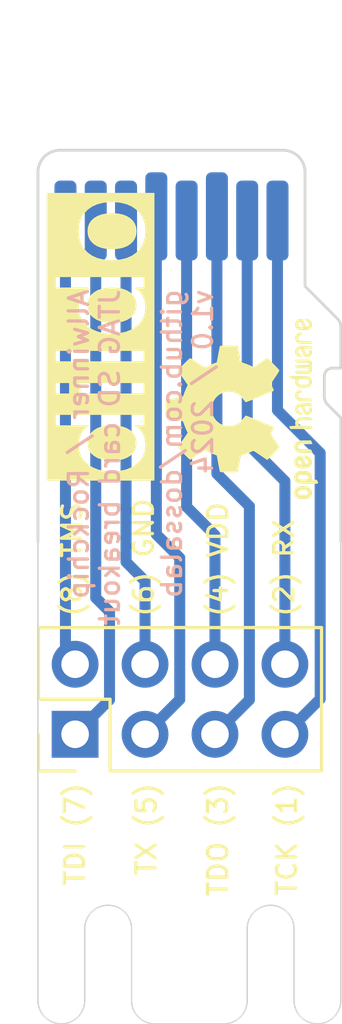
<source format=kicad_pcb>
(kicad_pcb (version 20240108) (generator "pcbnew") (generator_version "8.0")
  (layers (0 "F.Cu" signal) (31 "B.Cu" signal) (34 "B.Paste" user) (35 "F.Paste" user) (36 "B.SilkS" user "B.Silkscreen") (37 "F.SilkS" user "F.Silkscreen") (38 "B.Mask" user) (39 "F.Mask" user) (44 "Edge.Cuts" user))
  (net 0 "")
  (net 1 "/JTAG_TMS")
  (net 2 "/JTAG_TDI")
  (net 3 "/JTAG_TCK")
  (net 4 "/JTAG_TDO")
  (net 5 "/UART_TX")
  (net 6 "/UART_RX")
  (net 7 "/GND")
  (net 8 "/VDD")
  (footprint "Symbol:OSHW-Logo2_7.3x6mm_SilkScreen" (layer "F.Cu") (at 92.35 137.4 90)
    (property "Reference" "REF**" (hide yes))
    (property "Value" "OSHW-Logo2_7.3x6mm_SilkScreen" (hide yes))
    (fp_poly (pts (xy 2.6526 1.958752) (xy 2.669948 1.966334) (xy 2.711356 1.999128) (xy 2.746765 2.046547) (xy 2.768664 2.097151) (xy 2.772229 2.122098) (xy 2.760279 2.156927) (xy 2.734067 2.175357) (xy 2.705964 2.186516) (xy 2.693095 2.188572) (xy 2.686829 2.173649) (xy 2.674456 2.141174) (xy 2.669028 2.126502) (xy 2.63859 2.075744) (xy 2.59452 2.050427) (xy 2.53801 2.051206) (xy 2.533825 2.052203) (xy 2.503655 2.066508) (xy 2.481476 2.094393) (xy 2.466327 2.139287) (xy 2.45725 2.204615) (xy 2.453286 2.293804) (xy 2.452915 2.341261) (xy 2.45273 2.416071) (xy 2.451522 2.467069) (xy 2.448309 2.499471) (xy 2.442109 2.518495) (xy 2.43194 2.529356) (xy 2.416819 2.537272) (xy 2.415946 2.53767) (xy 2.386828 2.549981) (xy 2.372403 2.554514) (xy 2.370186 2.540809) (xy 2.368289 2.502925) (xy 2.366847 2.445715) (xy 2.365998 2.374027) (xy 2.365829 2.321565) (xy 2.366692 2.220047) (xy 2.37007 2.143032) (xy 2.377142 2.086023) (xy 2.389088 2.044526) (xy 2.40709 2.014043) (xy 2.432327 1.99008) (xy 2.457247 1.973355) (xy 2.517171 1.951097) (xy 2.586911 1.946076) (xy 2.6526 1.958752)) (stroke (width 0.01)) (fill solid) (layer "F.SilkS"))
    (fp_poly (pts (xy -1.283907 1.92778) (xy -1.237328 1.954723) (xy -1.204942 1.981466) (xy -1.181258 2.009484) (xy -1.164941 2.043748) (xy -1.154661 2.089227) (xy -1.149086 2.150892) (xy -1.146884 2.233711) (xy -1.146629 2.293246) (xy -1.146629 2.512391) (xy -1.208314 2.540044) (xy -1.270001 2.567697) (xy -1.277257 2.32767) (xy -1.280256 2.238028) (xy -1.283402 2.172962) (xy -1.287299 2.128026) (xy -1.292552 2.09877) (xy -1.299768 2.080748) (xy -1.30955 2.069511) (xy -1.312688 2.067079) (xy -1.360239 2.048083) (xy -1.408303 2.0556) (xy -1.436914 2.075543) (xy -1.448553 2.089675) (xy -1.456609 2.10822) (xy -1.461729 2.136334) (xy -1.46456 2.179173) (xy -1.465744 2.241895) (xy -1.465943 2.307261) (xy -1.465982 2.389268) (xy -1.467386 2.447316) (xy -1.472086 2.486465) (xy -1.482013 2.51178) (xy -1.499097 2.528323) (xy -1.525268 2.541156) (xy -1.560225 2.554491) (xy -1.598404 2.569007) (xy -1.593859 2.311389) (xy -1.592029 2.218519) (xy -1.589888 2.14989) (xy -1.586818 2.100711) (xy -1.582206 2.066198) (xy -1.575432 2.041562) (xy -1.565881 2.022016) (xy -1.554366 2.00477) (xy -1.49881 1.94968) (xy -1.43102 1.917822) (xy -1.357287 1.910191) (xy -1.283907 1.92778)) (stroke (width 0.01)) (fill solid) (layer "F.SilkS"))
    (fp_poly (pts (xy 0.529926 1.949755) (xy 0.595858 1.974084) (xy 0.649273 2.017117) (xy 0.670164 2.047409) (xy 0.692939 2.102994) (xy 0.692466 2.143186) (xy 0.668562 2.170217) (xy 0.659716 2.174813) (xy 0.621531 2.189144) (xy 0.602028 2.185472) (xy 0.595421 2.161407) (xy 0.595086 2.148114) (xy 0.582992 2.09921) (xy 0.551471 2.064999) (xy 0.507659 2.048476) (xy 0.458695 2.052634) (xy 0.418894 2.074227) (xy 0.40545 2.086544) (xy 0.395921 2.101487) (xy 0.389485 2.124075) (xy 0.385317 2.159328) (xy 0.382597 2.212266) (xy 0.380502 2.287907) (xy 0.37996 2.311857) (xy 0.377981 2.39379) (xy 0.37573 2.451455) (xy 0.372357 2.489608) (xy 0.367006 2.513004) (xy 0.358824 2.526398) (xy 0.346959 2.534545) (xy 0.339362 2.538144) (xy 0.307102 2.550452) (xy 0.288111 2.554514) (xy 0.281836 2.540948) (xy 0.278006 2.499934) (xy 0.2766 2.430999) (xy 0.277598 2.333669) (xy 0.277909 2.318657) (xy 0.280101 2.229859) (xy 0.282694 2.165019) (xy 0.286382 2.119067) (xy 0.291864 2.086935) (xy 0.299835 2.063553) (xy 0.310993 2.043852) (xy 0.31683 2.03541) (xy 0.350296 1.998057) (xy 0.387727 1.969003) (xy 0.392309 1.966467) (xy 0.459426 1.946443) (xy 0.529926 1.949755)) (stroke (width 0.01)) (fill solid) (layer "F.SilkS"))
    (fp_poly (pts (xy -0.624114 1.851289) (xy -0.619861 1.910612) (xy -0.614975 1.945572) (xy -0.608205 1.96082) (xy -0.598299 1.961015) (xy -0.595086 1.959195) (xy -0.552356 1.946015) (xy -0.496773 1.946784) (xy -0.440263 1.960333) (xy -0.404918 1.977861) (xy -0.368679 2.00586) (xy -0.342187 2.037549) (xy -0.324001 2.077813) (xy -0.312678 2.131543) (xy -0.306778 2.203626) (xy -0.304857 2.298951) (xy -0.304822 2.317237) (xy -0.3048 2.522646) (xy -0.350509 2.53858) (xy -0.382973 2.54942) (xy -0.400785 2.554468) (xy -0.401309 2.554514) (xy -0.403063 2.540828) (xy -0.404556 2.503076) (xy -0.405674 2.446224) (xy -0.406304 2.375234) (xy -0.4064 2.332073) (xy -0.406602 2.246973) (xy -0.407641 2.185981) (xy -0.410169 2.144177) (xy -0.414836 2.116642) (xy -0.422293 2.098456) (xy -0.433189 2.084698) (xy -0.439994 2.078073) (xy -0.486728 2.051375) (xy -0.537728 2.049375) (xy -0.583999 2.071955) (xy -0.592556 2.080107) (xy -0.605107 2.095436) (xy -0.613812 2.113618) (xy -0.619369 2.139909) (xy -0.622475 2.179562) (xy -0.623824 2.237832) (xy -0.624114 2.318173) (xy -0.624114 2.522646) (xy -0.669823 2.538581) (xy -0.702287 2.54942) (xy -0.720099 2.554469) (xy -0.720623 2.554514) (xy -0.721963 2.540623) (xy -0.723172 2.501439) (xy -0.7242 2.4407) (xy -0.724998 2.362141) (xy -0.725519 2.269498) (xy -0.725714 2.166509) (xy -0.725714 1.769342) (xy -0.678543 1.749444) (xy -0.631371 1.729547) (xy -0.624114 1.851289)) (stroke (width 0.01)) (fill solid) (layer "F.SilkS"))
    (fp_poly (pts (xy 1.779833 1.958663) (xy 1.782048 1.99685) (xy 1.783784 2.054886) (xy 1.784899 2.12818) (xy 1.785257 2.205055) (xy 1.785257 2.465196) (xy 1.739326 2.511127) (xy 1.707675 2.539429) (xy 1.67989 2.550893) (xy 1.641915 2.550168) (xy 1.626841 2.548321) (xy 1.579726 2.542948) (xy 1.540756 2.53987) (xy 1.531257 2.539585) (xy 1.499233 2.541445) (xy 1.453432 2.546114) (xy 1.435674 2.548321) (xy 1.392057 2.551735) (xy 1.362745 2.54432) (xy 1.33368 2.521427) (xy 1.323188 2.511127) (xy 1.277257 2.465196) (xy 1.277257 1.978602) (xy 1.314227 1.961758) (xy 1.346059 1.949282) (xy 1.364683 1.944913) (xy 1.369458 1.958718) (xy 1.37392 1.997286) (xy 1.377775 2.056356) (xy 1.380722 2.131662) (xy 1.382143 2.195286) (xy 1.386114 2.445657) (xy 1.420759 2.450556) (xy 1.452268 2.44713) (xy 1.467708 2.436041) (xy 1.472023 2.415308) (xy 1.475708 2.371145) (xy 1.478469 2.309146) (xy 1.480012 2.234909) (xy 1.480235 2.196706) (xy 1.480457 1.976783) (xy 1.526166 1.960849) (xy 1.558518 1.950015) (xy 1.576115 1.944962) (xy 1.576623 1.944914) (xy 1.578388 1.958648) (xy 1.580329 1.99673) (xy 1.582282 2.054482) (xy 1.584084 2.127227) (xy 1.585343 2.195286) (xy 1.589314 2.445657) (xy 1.6764 2.445657) (xy 1.680396 2.21724) (xy 1.684392 1.988823) (xy 1.726847 1.966868) (xy 1.758192 1.951794) (xy 1.776744 1.944951) (xy 1.777279 1.944914) (xy 1.779833 1.958663)) (stroke (width 0.01)) (fill solid) (layer "F.SilkS"))
    (fp_poly (pts (xy -2.958885 1.921962) (xy -2.890855 1.957733) (xy -2.840649 2.015301) (xy -2.822815 2.052312) (xy -2.808937 2.107882) (xy -2.801834 2.178096) (xy -2.80116 2.254727) (xy -2.806573 2.329552) (xy -2.81773 2.394341) (xy -2.834286 2.440873) (xy -2.839374 2.448887) (xy -2.899645 2.508707) (xy -2.971232 2.544535) (xy -3.048908 2.555019) (xy -3.127452 2.53881) (xy -3.149311 2.529092) (xy -3.191879 2.499143) (xy -3.229237 2.459433) (xy -3.232768 2.454397) (xy -3.247119 2.430124) (xy -3.256606 2.404178) (xy -3.26221 2.370022) (xy -3.264914 2.321119) (xy -3.265701 2.250935) (xy -3.265714 2.235201) (xy -3.265678 2.230192) (xy -3.120571 2.230192) (xy -3.119727 2.29643) (xy -3.116404 2.340386) (xy -3.109417 2.368779) (xy -3.097584 2.388325) (xy -3.091543 2.394858) (xy -3.056814 2.41968) (xy -3.023097 2.418548) (xy -2.989005 2.397016) (xy -2.96867 2.374029) (xy -2.956629 2.340477) (xy -2.949866 2.287569) (xy -2.949402 2.281399) (xy -2.948248 2.185513) (xy -2.960312 2.114299) (xy -2.98543 2.068194) (xy -3.02344 2.047636) (xy -3.037008 2.046514) (xy -3.072636 2.052152) (xy -3.097006 2.071686) (xy -3.111907 2.109041) (xy -3.119125 2.16815) (xy -3.120571 2.230192) (xy -3.265678 2.230192) (xy -3.265174 2.160413) (xy -3.262904 2.108159) (xy -3.257932 2.071949) (xy -3.249287 2.045299) (xy -3.235995 2.021722) (xy -3.233057 2.017338) (xy -3.183687 1.958249) (xy -3.129891 1.923947) (xy -3.064399 1.910331) (xy -3.042158 1.909666) (xy -2.958885 1.921962)) (stroke (width 0.01)) (fill solid) (layer "F.SilkS"))
    (fp_poly (pts (xy 3.153594 1.966966) (xy 3.211021 2.004497) (xy 3.238719 2.038096) (xy 3.260662 2.099064) (xy 3.262405 2.147308) (xy 3.258457 2.211816) (xy 3.109687 2.276934) (xy 3.03735 2.310202) (xy 2.990084 2.336964) (xy 2.965507 2.360144) (xy 2.961237 2.382667) (xy 2.974889 2.407455) (xy 2.989943 2.423886) (xy 3.033746 2.450235) (xy 3.081389 2.452081) (xy 3.125145 2.431546) (xy 3.157289 2.390751) (xy 3.163039 2.376347) (xy 3.190576 2.331357) (xy 3.222258 2.312182) (xy 3.265714 2.295778) (xy 3.265714 2.357966) (xy 3.261872 2.400283) (xy 3.246823 2.435969) (xy 3.21528 2.476943) (xy 3.210592 2.482267) (xy 3.175506 2.51872) (xy 3.145347 2.538283) (xy 3.107616 2.547283) (xy 3.076335 2.55023) (xy 3.020385 2.550965) (xy 2.980555 2.54166) (xy 2.955708 2.527846) (xy 2.916656 2.497467) (xy 2.889625 2.464613) (xy 2.872517 2.423294) (xy 2.863238 2.367521) (xy 2.859693 2.291305) (xy 2.85941 2.252622) (xy 2.860372 2.206247) (xy 2.948007 2.206247) (xy 2.949023 2.231126) (xy 2.951556 2.2352) (xy 2.968274 2.229665) (xy 3.004249 2.215017) (xy 3.052331 2.194191) (xy 3.062386 2.189715) (xy 3.123152 2.158814) (xy 3.156632 2.131657) (xy 3.16399 2.10622) (xy 3.146391 2.080481) (xy 3.131857 2.069109) (xy 3.07941 2.046364) (xy 3.030322 2.050122) (xy 2.989227 2.077884) (xy 2.960758 2.127153) (xy 2.951631 2.166257) (xy 2.948007 2.206247) (xy 2.860372 2.206247) (xy 2.861285 2.162249) (xy 2.868196 2.095384) (xy 2.881884 2.046695) (xy 2.904096 2.010849) (xy 2.936574 1.982513) (xy 2.950733 1.973355) (xy 3.015053 1.949507) (xy 3.085473 1.948006) (xy 3.153594 1.966966)) (stroke (width 0.01)) (fill solid) (layer "F.SilkS"))
    (fp_poly (pts (xy 1.190117 2.065358) (xy 1.189933 2.173837) (xy 1.189219 2.257287) (xy 1.187675 2.319703) (xy 1.185001 2.365085) (xy 1.180894 2.397429) (xy 1.175055 2.420733) (xy 1.167182 2.438995) (xy 1.161221 2.449418) (xy 1.111855 2.505945) (xy 1.049264 2.541377) (xy 0.980013 2.55409) (xy 0.910668 2.542463) (xy 0.869375 2.521568) (xy 0.826025 2.485422) (xy 0.796481 2.441276) (xy 0.778655 2.383462) (xy 0.770463 2.306313) (xy 0.769302 2.249714) (xy 0.769458 2.245647) (xy 0.870857 2.245647) (xy 0.871476 2.31055) (xy 0.874314 2.353514) (xy 0.88084 2.381622) (xy 0.892523 2.401953) (xy 0.906483 2.417288) (xy 0.953364 2.44689) (xy 1.003701 2.449419) (xy 1.051276 2.424705) (xy 1.054979 2.421356) (xy 1.070783 2.403935) (xy 1.080693 2.383209) (xy 1.086058 2.352362) (xy 1.088227 2.304577) (xy 1.088571 2.251748) (xy 1.087827 2.185381) (xy 1.084748 2.141106) (xy 1.078061 2.112009) (xy 1.066496 2.091173) (xy 1.057013 2.080107) (xy 1.01296 2.052198) (xy 0.962224 2.048843) (xy 0.913796 2.070159) (xy 0.90445 2.078073) (xy 0.88854 2.095647) (xy 0.87861 2.116587) (xy 0.873278 2.147782) (xy 0.871163 2.196122) (xy 0.870857 2.245647) (xy 0.769458 2.245647) (xy 0.77281 2.158568) (xy 0.784726 2.090086) (xy 0.807136 2.0386) (xy 0.842124 1.998443) (xy 0.869375 1.977861) (xy 0.918907 1.955625) (xy 0.976316 1.945304) (xy 1.029683 1.948067) (xy 1.059543 1.959212) (xy 1.071261 1.962383) (xy 1.079036 1.950557) (xy 1.084465 1.918866) (xy 1.088571 1.870593) (xy 1.093067 1.816829) (xy 1.099313 1.784482) (xy 1.110677 1.765985) (xy 1.130528 1.75377) (xy 1.143 1.748363) (xy 1.19017 1.728601) (xy 1.190117 2.065358)) (stroke (width 0.01)) (fill solid) (layer "F.SilkS"))
    (fp_poly (pts (xy -1.831697 1.931239) (xy -1.774473 1.969735) (xy -1.730251 2.025335) (xy -1.703832 2.096086) (xy -1.69849 2.148162) (xy -1.699097 2.169893) (xy -1.704178 2.186531) (xy -1.718145 2.201437) (xy -1.745411 2.217973) (xy -1.790388 2.239498) (xy -1.857489 2.269374) (xy -1.857829 2.269524) (xy -1.919593 2.297813) (xy -1.970241 2.322933) (xy -2.004596 2.342179) (xy -2.017482 2.352848) (xy -2.017486 2.352935) (xy -2.006128 2.376166) (xy -1.979569 2.401774) (xy -1.949077 2.420221) (xy -1.93363 2.423886) (xy -1.891485 2.411211) (xy -1.855192 2.379471) (xy -1.837483 2.344572) (xy -1.820448 2.318845) (xy -1.787077 2.289546) (xy -1.747851 2.264235) (xy -1.713244 2.250471) (xy -1.706007 2.249714) (xy -1.697861 2.26216) (xy -1.69737 2.293972) (xy -1.703357 2.336866) (xy -1.714643 2.382558) (xy -1.73005 2.422761) (xy -1.730828 2.424322) (xy -1.777196 2.489062) (xy -1.837289 2.533098) (xy -1.905535 2.554711) (xy -1.976362 2.552185) (xy -2.044196 2.523804) (xy -2.047212 2.521808) (xy -2.100573 2.473447) (xy -2.13566 2.410352) (xy -2.155078 2.327387) (xy -2.157684 2.304078) (xy -2.162299 2.194055) (xy -2.156767 2.142748) (xy -2.017486 2.142749) (xy -2.015676 2.174753) (xy -2.005778 2.184093) (xy -1.981102 2.177105) (xy -1.942205 2.160587) (xy -1.898725 2.139881) (xy -1.897644 2.139333) (xy -1.860791 2.119949) (xy -1.846 2.107013) (xy -1.849647 2.09345) (xy -1.865005 2.075632) (xy -1.904077 2.049845) (xy -1.946154 2.04795) (xy -1.983897 2.066718) (xy -2.009966 2.102915) (xy -2.017486 2.142749) (xy -2.156767 2.142748) (xy -2.152806 2.106027) (xy -2.12845 2.036212) (xy -2.094544 1.987302) (xy -2.033347 1.937878) (xy -1.965937 1.91336) (xy -1.89712 1.911797) (xy -1.831697 1.931239)) (stroke (width 0.01)) (fill solid) (layer "F.SilkS"))
    (fp_poly (pts (xy 0.039744 1.950968) (xy 0.096616 1.972087) (xy 0.097267 1.972493) (xy 0.13244 1.99838) (xy 0.158407 2.028633) (xy 0.17667 2.068058) (xy 0.188732 2.121462) (xy 0.196096 2.193651) (xy 0.200264 2.289432) (xy 0.200629 2.303078) (xy 0.205876 2.508842) (xy 0.161716 2.531678) (xy 0.129763 2.54711) (xy 0.11047 2.554423) (xy 0.109578 2.554514) (xy 0.106239 2.541022) (xy 0.103587 2.504626) (xy 0.101956 2.451452) (xy 0.1016 2.408393) (xy 0.101591 2.338641) (xy 0.098403 2.294837) (xy 0.087288 2.273944) (xy 0.063501 2.272925) (xy 0.022296 2.288741) (xy -0.039914 2.317815) (xy -0.085659 2.341963) (xy -0.109187 2.362913) (xy -0.116104 2.385747) (xy -0.116114 2.386877) (xy -0.104701 2.426212) (xy -0.070909 2.447462) (xy -0.019191 2.450539) (xy 0.018061 2.450006) (xy 0.037703 2.460734) (xy 0.049952 2.486505) (xy 0.057002 2.519337) (xy 0.046842 2.537966) (xy 0.043017 2.540633) (xy 0.007001 2.55134) (xy -0.043434 2.552856) (xy -0.095374 2.545759) (xy -0.132178 2.532789) (xy -0.183062 2.489585) (xy -0.211986 2.429446) (xy -0.217714 2.382462) (xy -0.213343 2.340082) (xy -0.197525 2.305488) (xy -0.166203 2.274763) (xy -0.115322 2.243991) (xy -0.040824 2.209252) (xy -0.036286 2.207288) (xy 0.030821 2.176287) (xy 0.072232 2.150862) (xy 0.089981 2.128014) (xy 0.086107 2.104745) (xy 0.062643 2.078056) (xy 0.055627 2.071914) (xy 0.00863 2.0481) (xy -0.040067 2.049103) (xy -0.082478 2.072451) (xy -0.110616 2.115675) (xy -0.11323 2.12416) (xy -0.138692 2.165308) (xy -0.170999 2.185128) (xy -0.217714 2.20477) (xy -0.217714 2.15395) (xy -0.203504 2.080082) (xy -0.161325 2.012327) (xy -0.139376 1.989661) (xy -0.089483 1.96057) (xy -0.026033 1.9474) (xy 0.039744 1.950968)) (stroke (width 0.01)) (fill solid) (layer "F.SilkS"))
    (fp_poly (pts (xy -2.400256 1.919918) (xy -2.344799 1.947568) (xy -2.295852 1.99848) (xy -2.282371 2.017337) (xy -2.267686 2.042015) (xy -2.258158 2.068816) (xy -2.252707 2.104587) (xy -2.250253 2.156169) (xy -2.249714 2.224267) (xy -2.252148 2.317588) (xy -2.260606 2.387657) (xy -2.276826 2.439931) (xy -2.302546 2.479869) (xy -2.339503 2.51293) (xy -2.342218 2.514886) (xy -2.37864 2.534908) (xy -2.422498 2.544815) (xy -2.478276 2.547257) (xy -2.568952 2.547257) (xy -2.56899 2.635283) (xy -2.569834 2.684307) (xy -2.574976 2.713065) (xy -2.588413 2.730311) (xy -2.614142 2.744808) (xy -2.620321 2.747769) (xy -2.649236 2.761648) (xy -2.671624 2.770414) (xy -2.688271 2.771171) (xy -2.699964 2.761023) (xy -2.70749 2.737072) (xy -2.711634 2.696426) (xy -2.713186 2.636186) (xy -2.712929 2.553455) (xy -2.711651 2.445339) (xy -2.711252 2.413) (xy -2.709815 2.301524) (xy -2.708528 2.228603) (xy -2.569029 2.228603) (xy -2.568245 2.290499) (xy -2.56476 2.330997) (xy -2.556876 2.357708) (xy -2.542895 2.378244) (xy -2.533403 2.38826) (xy -2.494596 2.417567) (xy -2.460237 2.419952) (xy -2.424784 2.39575) (xy -2.423886 2.394857) (xy -2.409461 2.376153) (xy -2.400688 2.350732) (xy -2.396261 2.311584) (xy -2.394882 2.251697) (xy -2.394858 2.23843) (xy -2.398188 2.155901) (xy -2.409031 2.098691) (xy -2.42866 2.063766) (xy -2.45835 2.048094) (xy -2.475509 2.046514) (xy -2.516234 2.053926) (xy -2.544168 2.07833) (xy -2.560983 2.12298) (xy -2.56835 2.19113) (xy -2.569029 2.228603) (xy -2.708528 2.228603) (xy -2.708292 2.215245) (xy -2.706323 2.150333) (xy -2.70355 2.102957) (xy -2.699612 2.06929) (xy -2.694151 2.045498) (xy -2.686808 2.027753) (xy -2.677223 2.012224) (xy -2.673113 2.006381) (xy -2.618595 1.951185) (xy -2.549664 1.91989) (xy -2.469928 1.911165) (xy -2.400256 1.919918)) (stroke (width 0.01)) (fill solid) (layer "F.SilkS"))
    (fp_poly (pts (xy 2.144876 1.956335) (xy 2.186667 1.975344) (xy 2.219469 1.998378) (xy 2.243503 2.024133) (xy 2.260097 2.057358) (xy 2.270577 2.102801) (xy 2.276271 2.165207) (xy 2.278507 2.249327) (xy 2.278743 2.304721) (xy 2.278743 2.520826) (xy 2.241774 2.53767) (xy 2.212656 2.549981) (xy 2.198231 2.554514) (xy 2.195472 2.541025) (xy 2.193282 2.504654) (xy 2.191942 2.451542) (xy 2.191657 2.409372) (xy 2.190434 2.348447) (xy 2.187136 2.300115) (xy 2.182321 2.270518) (xy 2.178496 2.264229) (xy 2.152783 2.270652) (xy 2.112418 2.287126) (xy 2.065679 2.309458) (xy 2.020845 2.333457) (xy 1.986194 2.35493) (xy 1.970002 2.369685) (xy 1.969938 2.369845) (xy 1.97133 2.397152) (xy 1.983818 2.423219) (xy 2.005743 2.444392) (xy 2.037743 2.451474) (xy 2.065092 2.450649) (xy 2.103826 2.450042) (xy 2.124158 2.459116) (xy 2.136369 2.483092) (xy 2.137909 2.487613) (xy 2.143202 2.521806) (xy 2.129047 2.542569) (xy 2.092148 2.552462) (xy 2.052289 2.554292) (xy 1.980562 2.540727) (xy 1.943432 2.521355) (xy 1.897576 2.475845) (xy 1.873256 2.419982) (xy 1.871073 2.360957) (xy 1.891629 2.305953) (xy 1.922549 2.271486) (xy 1.95342 2.25219) (xy 2.001942 2.227759) (xy 2.058485 2.202985) (xy 2.06791 2.199199) (xy 2.130019 2.171791) (xy 2.165822 2.147634) (xy 2.177337 2.123619) (xy 2.16658 2.096635) (xy 2.148114 2.075544) (xy 2.104469 2.049572) (xy 2.056446 2.047624) (xy 2.012406 2.067637) (xy 1.980709 2.107551) (xy 1.976549 2.117848) (xy 1.952327 2.155724) (xy 1.916964 2.183842) (xy 1.872342 2.206917) (xy 1.872343 2.141485) (xy 1.874969 2.101506) (xy 1.88623 2.069997) (xy 1.911199 2.036378) (xy 1.935169 2.010484) (xy 1.972441 1.973817) (xy 2.001401 1.954121) (xy 2.032505 1.946219) (xy 2.067713 1.944914) (xy 2.144876 1.956335)) (stroke (width 0.01)) (fill solid) (layer "F.SilkS"))
    (fp_poly (pts (xy 0.10391 -2.757652) (xy 0.182454 -2.757222) (xy 0.239298 -2.756058) (xy 0.278105 -2.753793) (xy 0.302538 -2.75006) (xy 0.316262 -2.744494) (xy 0.32294 -2.736727) (xy 0.326236 -2.726395) (xy 0.326556 -2.725057) (xy 0.331562 -2.700921) (xy 0.340829 -2.653299) (xy 0.353391 -2.587259) (xy 0.368287 -2.507872) (xy 0.384551 -2.420204) (xy 0.385119 -2.417125) (xy 0.40141 -2.331211) (xy 0.416652 -2.255304) (xy 0.429861 -2.193955) (xy 0.440054 -2.151718) (xy 0.446248 -2.133145) (xy 0.446543 -2.132816) (xy 0.464788 -2.123747) (xy 0.502405 -2.108633) (xy 0.55127 -2.090738) (xy 0.551543 -2.090642) (xy 0.613093 -2.067507) (xy 0.685657 -2.038035) (xy 0.754057 -2.008403) (xy 0.757294 -2.006938) (xy 0.868702 -1.956374) (xy 1.115399 -2.12484) (xy 1.191077 -2.176197) (xy 1.259631 -2.222111) (xy 1.317088 -2.25997) (xy 1.359476 -2.287163) (xy 1.382824 -2.301079) (xy 1.385042 -2.302111) (xy 1.40201 -2.297516) (xy 1.433701 -2.275345) (xy 1.481352 -2.234554) (xy 1.546198 -2.174095) (xy 1.612397 -2.109773) (xy 1.676214 -2.046388) (xy 1.733329 -1.988549) (xy 1.780305 -1.939825) (xy 1.813703 -1.90379) (xy 1.830085 -1.884016) (xy 1.830694 -1.882998) (xy 1.832505 -1.869428) (xy 1.825683 -1.847267) (xy 1.80854 -1.813522) (xy 1.779393 -1.7652) (xy 1.736555 -1.699308) (xy 1.679448 -1.614483) (xy 1.628766 -1.539823) (xy 1.583461 -1.47286) (xy 1.54615 -1.417484) (xy 1.519452 -1.37758) (xy 1.505985 -1.357038) (xy 1.505138 -1.355644) (xy 1.506781 -1.335962) (xy 1.519245 -1.297707) (xy 1.540048 -1.248111) (xy 1.547462 -1.232272) (xy 1.579814 -1.16171) (xy 1.614328 -1.081647) (xy 1.642365 -1.012371) (xy 1.662568 -0.960955) (xy 1.678615 -0.921881) (xy 1.687888 -0.901459) (xy 1.689041 -0.899886) (xy 1.706096 -0.897279) (xy 1.746298 -0.890137) (xy 1.804302 -0.879477) (xy 1.874763 -0.866315) (xy 1.952335 -0.851667) (xy 2.031672 -0.836551) (xy 2.107431 -0.821982) (xy 2.174264 -0.808978) (xy 2.226828 -0.798555) (xy 2.259776 -0.79173) (xy 2.267857 -0.789802) (xy 2.276205 -0.785038) (xy 2.282506 -0.774283) (xy 2.287045 -0.753902) (xy 2.290104 -0.720266) (xy 2.291967 -0.669745) (xy 2.292917 -0.598708) (xy 2.29324 -0.503524) (xy 2.293257 -0.464508) (xy 2.293257 -0.147201) (xy 2.217057 -0.132161) (xy 2.174663 -0.124005) (xy 2.1114 -0.112101) (xy 2.034962 -0.097884) (xy 1.953043 -0.082789) (xy 1.9304 -0.078644) (xy 1.854806 -0.063946) (xy 1.788953 -0.049495) (xy 1.738366 -0.036625) (xy 1.708574 -0.026678) (xy 1.703612 -0.023713) (xy 1.691426 -0.002717) (xy 1.673953 0.037967) (xy 1.654577 0.090322) (xy 1.650734 0.1016) (xy 1.625339 0.171523) (xy 1.593817 0.250418) (xy 1.562969 0.321265) (xy 1.562817 0.321596) (xy 1.511447 0.432733) (xy 1.680399 0.681253) (xy 1.849352 0.929772) (xy 1.632429 1.147058) (xy 1.566819 1.211726) (xy 1.506979 1.268733) (xy 1.456267 1.315033) (xy 1.418046 1.347584) (xy 1.395675 1.363343) (xy 1.392466 1.364343) (xy 1.373626 1.356469) (xy 1.33518 1.334578) (xy 1.28133 1.301267) (xy 1.216276 1.259131) (xy 1.14594 1.211943) (xy 1.074555 1.16381) (xy 1.010908 1.121928) (xy 0.95904 1.088871) (xy 0.922995 1.067218) (xy 0.906867 1.059543) (xy 0.887188 1.066037) (xy 0.849875 1.08315) (xy 0.802621 1.107326) (xy 0.797612 1.110013) (xy 0.733977 1.141927) (xy 0.690341 1.157579) (xy 0.663202 1.157745) (xy 0.649057 1.143204) (xy 0.648976 1.143) (xy 0.641904 1.125779) (xy 0.625042 1.084899) (xy 0.599695 1.023525) (xy 0.567171 0.944818) (xy 0.528778 0.851947) (xy 0.485822 0.748072) (xy 0.444221 0.647502) (xy 0.398504 0.536516) (xy 0.356526 0.433703) (xy 0.319548 0.342215) (xy 0.288827 0.265201) (xy 0.265622 0.205815) (xy 0.25119 0.167209) (xy 0.246743 0.1528) (xy 0.257896 0.136272) (xy 0.287069 0.10993) (xy 0.325971 0.080887) (xy 0.436757 -0.010961) (xy 0.523351 -0.116241) (xy 0.584716 -0.232734) (xy 0.619815 -0.358224) (xy 0.627608 -0.490493) (xy 0.621943 -0.551543) (xy 0.591078 -0.678205) (xy 0.53792 -0.790059) (xy 0.465767 -0.885999) (xy 0.377917 -0.964924) (xy 0.277665 -1.02573) (xy 0.16831 -1.067313) (xy 0.053147 -1.088572) (xy -0.064525 -1.088401) (xy -0.18141 -1.065699) (xy -0.294211 -1.019362) (xy -0.399631 -0.948287) (xy -0.443632 -0.908089) (xy -0.528021 -0.804871) (xy -0.586778 -0.692075) (xy -0.620296 -0.572991) (xy -0.628964 -0.450905) (xy -0.613177 -0.329107) (xy -0.573321 -0.210884) (xy -0.509793 -0.099525) (xy -0.422979 0.001684) (xy -0.325971 0.080887) (xy -0.285563 0.111162) (xy -0.257018 0.137219) (xy -0.246743 0.152825) (xy -0.252123 0.169843) (xy -0.267425 0.2105) (xy -0.291388 0.271641) (xy -0.322755 0.350119) (xy -0.360268 0.44278) (xy -0.402668 0.546472) (xy -0.444337 0.647526) (xy -0.49031 0.758607) (xy -0.532893 0.861541) (xy -0.570779 0.953165) (xy -0.60266 1.030315) (xy -0.627229 1.089831) (xy -0.64318 1.128544) (xy -0.64909 1.143) (xy -0.663052 1.157684) (xy -0.690061 1.157642) (xy -0.733587 1.142099) (xy -0.79711 1.110284) (xy -0.797612 1.110013) (xy -0.84544 1.085323) (xy -0.884103 1.067338) (xy -0.905905 1.059614) (xy -0.906867 1.059543) (xy -0.923279 1.067378) (xy -0.959513 1.089165) (xy -1.011526 1.122328) (xy -1.075275 1.164291) (xy -1.14594 1.211943) (xy -1.217884 1.260192) (xy -1.282726 1.302151) (xy -1.336265 1.335227) (xy -1.374303 1.356821) (xy -1.392467 1.364343) (xy -1.409192 1.354457) (xy -1.44282 1.326826) (xy -1.48999 1.284495) (xy -1.547342 1.230504) (xy -1.611516 1.167899) (xy -1.632502 1.146983) (xy -1.849501 0.929623) (xy -1.684333 0.68722) (xy -1.634136 0.612781) (xy -1.590082 0.545972) (xy -1.554639 0.490665) (xy -1.530282 0.450729) (xy -1.519478 0.430036) (xy -1.519162 0.428563) (xy -1.524857 0.409058) (xy -1.540174 0.369822) (xy -1.562463 0.31743) (xy -1.578107 0.282355) (xy -1.607359 0.215202) (xy -1.634906 0.147358) (xy -1.656263 0.090034) (xy -1.662065 0.072572) (xy -1.678548 0.025938) (xy -1.69466 -0.010095) (xy -1.70351 -0.023713) (xy -1.72304 -0.032048) (xy -1.765666 -0.043863) (xy -1.825855 -0.057819) (xy -1.898078 -0.072578) (xy -1.9304 -0.078644) (xy -2.012478 -0.093727) (xy -2.091205 -0.108331) (xy -2.158891 -0.121021) (xy -2.207841 -0.130358) (xy -2.217057 -0.132161) (xy -2.293257 -0.147201) (xy -2.293257 -0.464508) (xy -2.293086 -0.568846) (xy -2.292384 -0.647787) (xy -2.290865 -0.704962) (xy -2.288251 -0.744001) (xy -2.284254 -0.768535) (xy -2.278591 -0.782195) (xy -2.27098 -0.788611) (xy -2.267857 -0.789802) (xy -2.249022 -0.79402) (xy -2.207412 -0.802438) (xy -2.148369 -0.814039) (xy -2.077243 -0.827805) (xy -1.999376 -0.84272) (xy -1.920112 -0.857768) (xy -1.844802 -0.871931) (xy -1.778787 -0.884194) (xy -1.727413 -0.893539) (xy -1.696025 -0.89895) (xy -1.689041 -0.899886) (xy -1.682715 -0.912404) (xy -1.66871 -0.945754) (xy -1.649645 -0.993623) (xy -1.642367 -1.012371) (xy -1.613004 -1.084805) (xy -1.578429 -1.16483) (xy -1.547463 -1.232271) (xy -1.524677 -1.283841) (xy -1.509518 -1.326215) (xy -1.504458 -1.352166) (xy -1.505263 -1.355644) (xy -1.515959 -1.372064) (xy -1.540381 -1.408583) (xy -1.575905 -1.461313) (xy -1.619913 -1.526366) (xy -1.669783 -1.599849) (xy -1.679644 -1.614355) (xy -1.737508 -1.700296) (xy -1.780044 -1.765739) (xy -1.808946 -1.813696) (xy -1.82591 -1.84718) (xy -1.832633 -1.869205) (xy -1.83081 -1.882783) (xy -1.830764 -1.882869) (xy -1.816414 -1.900703) (xy -1.784677 -1.935183) (xy -1.73899 -1.982732) (xy -1.682796 -2.039777) (xy -1.619532 -2.102745) (xy -1.612398 -2.109773) (xy -1.53267 -2.18698) (xy -1.471143 -2.24367) (xy -1.426579 -2.28089) (xy -1.397743 -2.299684) (xy -1.385042 -2.302111) (xy -1.366506 -2.291529) (xy -1.328039 -2.267084) (xy -1.273615 -2.231388) (xy -1.207202 -2.187053) (xy -1.132775 -2.136689) (xy -1.115399 -2.12484) (xy -0.868703 -1.956374) (xy -0.757294 -2.006938) (xy -0.689543 -2.036405) (xy -0.616817 -2.066041) (xy -0.554297 -2.08967) (xy -0.551543 -2.090642) (xy -0.50264 -2.108543) (xy -0.464943 -2.12368) (xy -0.446575 -2.13279) (xy -0.446544 -2.132816) (xy -0.440715 -2.149283) (xy -0.430808 -2.189781) (xy -0.417805 -2.249758) (xy -0.402691 -2.32466) (xy -0.386448 -2.409936) (xy -0.385119 -2.417125) (xy -0.368825 -2.504986) (xy -0.353867 -2.58474) (xy -0.341209 -2.651319) (xy -0.331814 -2.699653) (xy -0.326646 -2.724675) (xy -0.326556 -2.725057) (xy -0.323411 -2.735701) (xy -0.317296 -2.743738) (xy -0.304547 -2.749533) (xy -0.2815 -2.753453) (xy -0.244491 -2.755865) (xy -0.189856 -2.757134) (xy -0.113933 -2.757629) (xy -0.013056 -2.757714) (xy 0 -2.757714) (xy 0.10391 -2.757652)) (stroke (width 0.01)) (fill solid) (layer "F.SilkS"))
  )
  (footprint "Connector_PinHeader_2.54mm:PinHeader_2x04_P2.54mm_Vertical" (layer "F.Cu") (at 86.3 149.2 90)
    (property "Reference" "J3" (hide yes))
    (property "Value" "Conn_02x04_Odd_Even" (hide yes))
    (fp_line (start 3.87 -1.33) (end 3.87 8.95) (stroke (width 0.12)) (layer "F.SilkS"))
    (fp_line (start 1.270001 -1.33) (end 3.87 -1.33) (stroke (width 0.12)) (layer "F.SilkS"))
    (fp_line (start -1.33 -1.33) (end 0 -1.33) (stroke (width 0.12)) (layer "F.SilkS"))
    (fp_line (start -1.33 0) (end -1.33 -1.33) (stroke (width 0.12)) (layer "F.SilkS"))
    (fp_line (start 1.27 1.27) (end 1.270001 -1.33) (stroke (width 0.12)) (layer "F.SilkS"))
    (fp_line (start -1.33 1.270001) (end 1.27 1.27) (stroke (width 0.12)) (layer "F.SilkS"))
    (fp_line (start -1.33 1.270001) (end -1.33 8.95) (stroke (width 0.12)) (layer "F.SilkS"))
    (fp_line (start -1.33 8.95) (end 3.87 8.95) (stroke (width 0.12)) (layer "F.SilkS"))
    (pad "1" thru_hole rect (at 0 0 90) (size 1.7 1.7) (drill 1) (layers "*.Cu" "*.Mask") (net 2 "/JTAG_TDI"))
    (pad "2" thru_hole oval (at 2.54 0 90) (size 1.7 1.7) (drill 1) (layers "*.Cu" "*.Mask") (net 1 "/JTAG_TMS"))
    (pad "3" thru_hole oval (at 0 2.54 90) (size 1.7 1.7) (drill 1) (layers "*.Cu" "*.Mask") (net 5 "/UART_TX"))
    (pad "4" thru_hole oval (at 2.54 2.54 90) (size 1.7 1.7) (drill 1) (layers "*.Cu" "*.Mask") (net 7 "/GND"))
    (pad "5" thru_hole oval (at 0 5.079999 90) (size 1.7 1.7) (drill 1) (layers "*.Cu" "*.Mask") (net 4 "/JTAG_TDO"))
    (pad "6" thru_hole oval (at 2.54 5.08 90) (size 1.7 1.7) (drill 1) (layers "*.Cu" "*.Mask") (net 8 "/VDD"))
    (pad "7" thru_hole oval (at 0 7.62 90) (size 1.7 1.7) (drill 1) (layers "*.Cu" "*.Mask") (net 3 "/JTAG_TCK"))
    (pad "8" thru_hole oval (at 2.54 7.62 90) (size 1.7 1.7) (drill 1) (layers "*.Cu" "*.Mask") (net 6 "/UART_RX"))
  )
  (footprint "sd-card:microsd" (layer "F.Cu") (at 84.65 127.72)
    (property "Reference" "J1" (hide yes))
    (property "Value" "Micro_SD_Card")
    (fp_line (start 0.299999 14.5) (end 0.299999 1.100001) (stroke (width 0.1)) (layer "Edge.Cuts"))
    (fp_line (start 1.1 0.3) (end 9.199999 0.3) (stroke (width 0.1)) (layer "Edge.Cuts"))
    (fp_line (start 9.999999 1.1) (end 9.999999 5.234315) (stroke (width 0.1)) (layer "Edge.Cuts"))
    (fp_line (start 9.999999 5.234315) (end 11.182842 6.417157) (stroke (width 0.1)) (layer "Edge.Cuts"))
    (fp_line (start 10.699999 8.5) (end 10.699999 9.239885) (stroke (width 0.1)) (layer "Edge.Cuts"))
    (fp_line (start 10.817199 9.5172) (end 11.299999 10) (stroke (width 0.1)) (layer "Edge.Cuts"))
    (fp_line (start 11.299999 6.7) (end 11.299999 8.2) (stroke (width 0.1)) (layer "Edge.Cuts"))
    (fp_line (start 11.299999 8.2) (end 10.999999 8.2) (stroke (width 0.1)) (layer "Edge.Cuts"))
    (fp_line (start 11.299999 10) (end 11.299999 14.5) (stroke (width 0.1)) (layer "Edge.Cuts"))
    (fp_arc (start 0.299999 1.100001) (mid 0.534314 0.534314) (end 1.1 0.3) (stroke (width 0.1)) (layer "Edge.Cuts"))
    (fp_arc (start 9.199999 0.3) (mid 9.765685 0.534314) (end 9.999999 1.1) (stroke (width 0.1)) (layer "Edge.Cuts"))
    (fp_arc (start 10.699999 8.5) (mid 10.787867 8.287868) (end 10.999999 8.2) (stroke (width 0.1)) (layer "Edge.Cuts"))
    (fp_arc (start 10.817199 9.5172) (mid 10.731528 9.389981) (end 10.699999 9.239885) (stroke (width 0.1)) (layer "Edge.Cuts"))
    (fp_arc (start 11.182842 6.417157) (mid 11.269551 6.546926) (end 11.299999 6.7) (stroke (width 0.1)) (layer "Edge.Cuts"))
    (pad "1" smd roundrect (at 9 2.85) (size 0.8 2.9) (layers "B.Cu" "B.Paste" "B.Mask") (net 3 "/JTAG_TCK"))
    (pad "2" smd roundrect (at 7.9 2.85) (size 0.8 2.9) (layers "B.Cu" "B.Paste" "B.Mask") (net 6 "/UART_RX"))
    (pad "3" smd roundrect (at 6.8 2.7) (size 0.8 3.2) (layers "B.Cu" "B.Paste" "B.Mask") (net 4 "/JTAG_TDO"))
    (pad "4" smd roundrect (at 5.7 2.85) (size 0.8 2.9) (layers "B.Cu" "B.Paste" "B.Mask") (net 8 "/VDD"))
    (pad "5" smd roundrect (at 4.6 2.7) (size 0.8 3.2) (layers "B.Cu" "B.Paste" "B.Mask") (net 5 "/UART_TX"))
    (pad "6" smd roundrect (at 3.5 2.85) (size 0.8 2.9) (layers "B.Cu" "B.Paste" "B.Mask") (net 7 "/GND"))
    (pad "7" smd roundrect (at 2.4 2.85) (size 0.8 2.9) (layers "B.Cu" "B.Paste" "B.Mask") (net 2 "/JTAG_TDI"))
    (pad "8" smd roundrect (at 1.3 2.85) (size 0.8 2.9) (layers "B.Cu" "B.Paste" "B.Mask") (net 1 "/JTAG_TMS"))
  )
  (gr_line (start 89.201469 159.701469) (end 91.698531 159.701469) (stroke (width 0.05)) (layer "Edge.Cuts"))
  (gr_arc (start 92.55 156.25) (mid 93.4 155.4) (end 94.25 156.25) (stroke (width 0.05)) (layer "Edge.Cuts"))
  (gr_line (start 94.25 156.25) (end 94.25 158.85) (stroke (width 0.05)) (layer "Edge.Cuts"))
  (gr_arc (start 86.65 156.25) (mid 87.5 155.4) (end 88.35 156.25) (stroke (width 0.05)) (layer "Edge.Cuts"))
  (gr_line (start 84.949999 142.22) (end 84.949999 158.85) (stroke (width 0.05)) (layer "Edge.Cuts"))
  (gr_arc (start 86.65 158.85) (mid 85.8 159.7) (end 84.95 158.85) (stroke (width 0.05)) (layer "Edge.Cuts"))
  (gr_arc (start 92.55 158.85) (mid 92.300611 159.45208) (end 91.698531 159.701469) (stroke (width 0.05)) (layer "Edge.Cuts"))
  (gr_line (start 95.95 158.85) (end 95.95 142.22) (stroke (width 0.05)) (layer "Edge.Cuts"))
  (gr_line (start 92.55 156.25) (end 92.55 158.85) (stroke (width 0.05)) (layer "Edge.Cuts"))
  (gr_arc (start 95.95 158.85) (mid 95.1 159.7) (end 94.25 158.85) (stroke (width 0.05)) (layer "Edge.Cuts"))
  (gr_arc (start 89.201469 159.701469) (mid 88.599389 159.45208) (end 88.35 158.85) (stroke (width 0.05)) (layer "Edge.Cuts"))
  (gr_line (start 88.35 156.25) (end 88.35 158.85) (stroke (width 0.05)) (layer "Edge.Cuts"))
  (gr_line (start 86.65 156.25) (end 86.65 158.85) (stroke (width 0.05)) (layer "Edge.Cuts"))
  (gr_text "Allwinner / Rockchip\nJTAG SD card breakout\n\ngithub.com/dossalab\nv1.0 / 2024" (at 91.35 133 90) (layer "B.SilkS") (effects (font (size 0.7 0.7) (thickness 0.12) (bold yes)) (justify left bottom mirror)))
  (gr_text "(2) RX" (at 94.3 145 90) (layer "F.SilkS") (effects (font (size 0.7 0.7) (thickness 0.12) (bold yes)) (justify left bottom)))
  (gr_text "(4) VDD" (at 91.9 145 90) (layer "F.SilkS") (effects (font (size 0.7 0.7) (thickness 0.12) (bold yes)) (justify left bottom)))
  (gr_text "TDI (7)" (at 86.7 150.9 90) (layer "F.SilkS") (effects (font (size 0.7 0.7) (thickness 0.12) (bold yes)) (justify right bottom)))
  (gr_text "dildo" (at 89.3 139.9 90) (layer "F.SilkS" knockout) (effects (font (size 3 3) (thickness 0.15) (italic yes)) (justify left bottom)))
  (gr_text "TCK (1)" (at 94.4 150.9 90) (layer "F.SilkS") (effects (font (size 0.7 0.7) (thickness 0.12) (bold yes)) (justify right bottom)))
  (gr_text "TX (5)" (at 89.3 150.9 90) (layer "F.SilkS") (effects (font (size 0.7 0.7) (thickness 0.12) (bold yes)) (justify right bottom)))
  (gr_text "(8) TMS" (at 86.6 145 90) (layer "F.SilkS") (effects (font (size 0.7 0.7) (thickness 0.12) (bold yes)) (justify left bottom)))
  (gr_text "(6) GND" (at 89.2 145 90) (layer "F.SilkS") (effects (font (size 0.7 0.7) (thickness 0.12) (bold yes)) (justify left bottom)))
  (gr_text "TDO (3)" (at 91.9 150.9 90) (layer "F.SilkS") (effects (font (size 0.7 0.7) (thickness 0.12) (bold yes)) (justify right bottom)))
  (segment (start 85.95 130.57) (end 85.95 146.31) (width 0.4) (layer "B.Cu") (net 1))
  (segment (start 85.95 146.31) (end 86.3 146.66) (width 0.4) (layer "B.Cu") (net 1))
  (segment (start 87.05 144.25) (end 87.55 144.75) (width 0.4) (layer "B.Cu") (net 2))
  (segment (start 87.05 130.57) (end 87.05 144.25) (width 0.4) (layer "B.Cu") (net 2))
  (segment (start 87.55 147.95) (end 86.3 149.2) (width 0.4) (layer "B.Cu") (net 2))
  (segment (start 87.55 144.75) (end 87.55 147.95) (width 0.4) (layer "B.Cu") (net 2))
  (segment (start 93.65 130.57) (end 93.65 137.45) (width 0.4) (layer "B.Cu") (net 3))
  (segment (start 95.2 147.92) (end 93.92 149.2) (width 0.4) (layer "B.Cu") (net 3))
  (segment (start 95.2 139) (end 95.2 147.92) (width 0.4) (layer "B.Cu") (net 3))
  (segment (start 93.65 137.45) (end 95.2 139) (width 0.4) (layer "B.Cu") (net 3))
  (segment (start 91.45 139.75) (end 92.63 140.93) (width 0.4) (layer "B.Cu") (net 4))
  (segment (start 91.45 130.42) (end 91.45 139.75) (width 0.4) (layer "B.Cu") (net 4))
  (segment (start 92.63 147.949999) (end 91.379999 149.2) (width 0.4) (layer "B.Cu") (net 4))
  (segment (start 92.63 140.93) (end 92.63 147.949999) (width 0.4) (layer "B.Cu") (net 4))
  (segment (start 89.25 130.42) (end 89.25 141.95) (width 0.4) (layer "B.Cu") (net 5))
  (segment (start 89.25 141.95) (end 90.1 142.8) (width 0.4) (layer "B.Cu") (net 5))
  (segment (start 90.1 147.94) (end 88.84 149.2) (width 0.4) (layer "B.Cu") (net 5))
  (segment (start 90.1 142.8) (end 90.1 147.94) (width 0.4) (layer "B.Cu") (net 5))
  (segment (start 92.55 138.65) (end 93.92 140.02) (width 0.4) (layer "B.Cu") (net 6))
  (segment (start 92.55 130.57) (end 92.55 138.65) (width 0.4) (layer "B.Cu") (net 6))
  (segment (start 93.92 140.02) (end 93.92 146.66) (width 0.4) (layer "B.Cu") (net 6))
  (segment (start 88.15 130.57) (end 88.15 142.95) (width 0.4) (layer "B.Cu") (net 7))
  (segment (start 88.15 142.95) (end 88.84 143.64) (width 0.4) (layer "B.Cu") (net 7))
  (segment (start 88.84 143.64) (end 88.84 146.66) (width 0.4) (layer "B.Cu") (net 7))
  (segment (start 91.38 141.98) (end 91.38 146.66) (width 0.4) (layer "B.Cu") (net 8))
  (segment (start 90.35 130.57) (end 90.35 140.95) (width 0.4) (layer "B.Cu") (net 8))
  (segment (start 90.35 140.95) (end 91.38 141.98) (width 0.4) (layer "B.Cu") (net 8))
)
</source>
